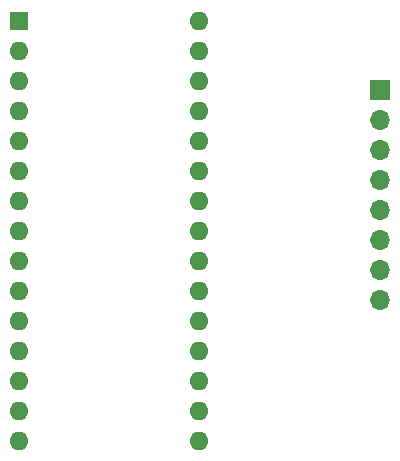
<source format=gbr>
%TF.GenerationSoftware,KiCad,Pcbnew,8.0.4*%
%TF.CreationDate,2024-08-29T16:29:36-03:00*%
%TF.ProjectId,IMU com arduino,494d5520-636f-46d2-9061-726475696e6f,rev?*%
%TF.SameCoordinates,Original*%
%TF.FileFunction,Soldermask,Top*%
%TF.FilePolarity,Negative*%
%FSLAX46Y46*%
G04 Gerber Fmt 4.6, Leading zero omitted, Abs format (unit mm)*
G04 Created by KiCad (PCBNEW 8.0.4) date 2024-08-29 16:29:36*
%MOMM*%
%LPD*%
G01*
G04 APERTURE LIST*
%ADD10R,1.700000X1.700000*%
%ADD11O,1.700000X1.700000*%
%ADD12R,1.600000X1.600000*%
%ADD13O,1.600000X1.600000*%
G04 APERTURE END LIST*
D10*
%TO.C,J1*%
X162814000Y-80010000D03*
D11*
X162814000Y-82550000D03*
X162814000Y-85090000D03*
X162814000Y-87630000D03*
X162814000Y-90170000D03*
X162814000Y-92710000D03*
X162814000Y-95250000D03*
X162814000Y-97790000D03*
%TD*%
D12*
%TO.C,A1*%
X132207000Y-74168000D03*
D13*
X132207000Y-76708000D03*
X132207000Y-79248000D03*
X132207000Y-81788000D03*
X132207000Y-84328000D03*
X132207000Y-86868000D03*
X132207000Y-89408000D03*
X132207000Y-91948000D03*
X132207000Y-94488000D03*
X132207000Y-97028000D03*
X132207000Y-99568000D03*
X132207000Y-102108000D03*
X132207000Y-104648000D03*
X132207000Y-107188000D03*
X132207000Y-109728000D03*
X147447000Y-109728000D03*
X147447000Y-107188000D03*
X147447000Y-104648000D03*
X147447000Y-102108000D03*
X147447000Y-99568000D03*
X147447000Y-97028000D03*
X147447000Y-94488000D03*
X147447000Y-91948000D03*
X147447000Y-89408000D03*
X147447000Y-86868000D03*
X147447000Y-84328000D03*
X147447000Y-81788000D03*
X147447000Y-79248000D03*
X147447000Y-76708000D03*
X147447000Y-74168000D03*
%TD*%
M02*

</source>
